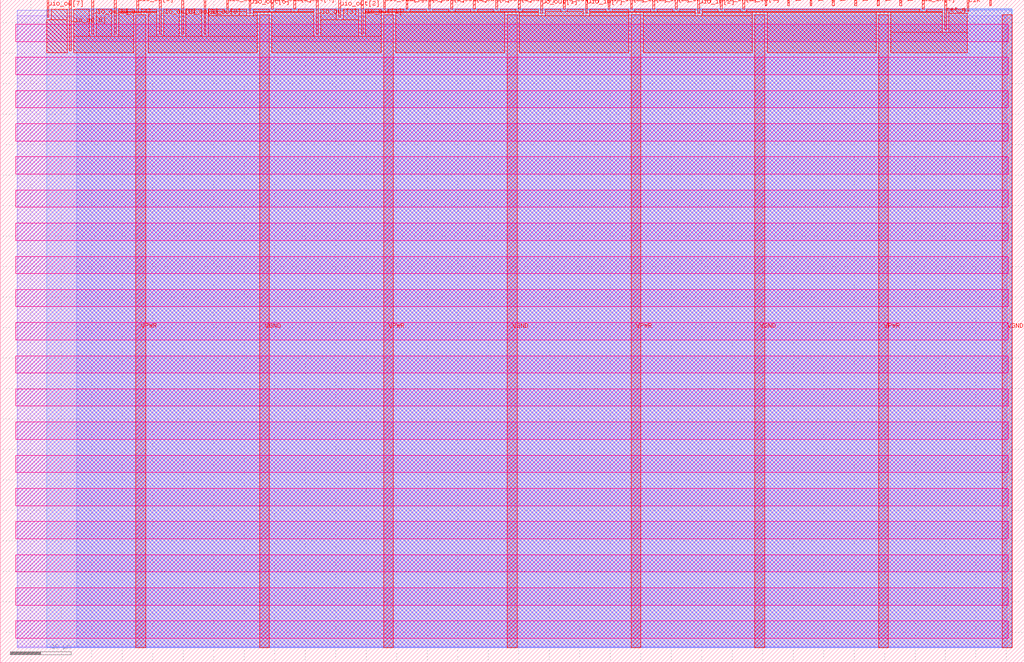
<source format=lef>
VERSION 5.7 ;
  NOWIREEXTENSIONATPIN ON ;
  DIVIDERCHAR "/" ;
  BUSBITCHARS "[]" ;
MACRO tt_um_factory_test
  CLASS BLOCK ;
  FOREIGN tt_um_factory_test ;
  ORIGIN 0.000 0.000 ;
  SIZE 167.900 BY 108.800 ;
  PIN VGND
    DIRECTION INOUT ;
    USE GROUND ;
    PORT
      LAYER met4 ;
        RECT 42.550 2.480 44.150 106.320 ;
    END
    PORT
      LAYER met4 ;
        RECT 83.145 2.480 84.745 106.320 ;
    END
    PORT
      LAYER met4 ;
        RECT 123.740 2.480 125.340 106.320 ;
    END
    PORT
      LAYER met4 ;
        RECT 164.335 2.480 165.935 106.320 ;
    END
  END VGND
  PIN VPWR
    DIRECTION INOUT ;
    USE POWER ;
    PORT
      LAYER met4 ;
        RECT 22.255 2.480 23.855 106.320 ;
    END
    PORT
      LAYER met4 ;
        RECT 62.850 2.480 64.450 106.320 ;
    END
    PORT
      LAYER met4 ;
        RECT 103.445 2.480 105.045 106.320 ;
    END
    PORT
      LAYER met4 ;
        RECT 144.040 2.480 145.640 106.320 ;
    END
  END VPWR
  PIN clk
    DIRECTION INPUT ;
    USE SIGNAL ;
    PORT
      LAYER met4 ;
        RECT 158.550 106.950 158.850 108.800 ;
    END
  END clk
  PIN ena
    DIRECTION INPUT ;
    USE SIGNAL ;
    PORT
      LAYER met4 ;
        RECT 162.230 107.800 162.530 108.800 ;
    END
  END ena
  PIN rst_n
    DIRECTION INPUT ;
    USE SIGNAL ;
    PORT
      LAYER met4 ;
        RECT 154.870 103.860 155.170 108.800 ;
    END
  END rst_n
  PIN ui_in[0]
    DIRECTION INPUT ;
    USE SIGNAL ;
    PORT
      LAYER met4 ;
        RECT 151.190 107.260 151.490 108.800 ;
    END
  END ui_in[0]
  PIN ui_in[1]
    DIRECTION INPUT ;
    USE SIGNAL ;
    PORT
      LAYER met4 ;
        RECT 147.510 107.800 147.810 108.800 ;
    END
  END ui_in[1]
  PIN ui_in[2]
    DIRECTION INPUT ;
    USE SIGNAL ;
    PORT
      LAYER met4 ;
        RECT 143.830 107.800 144.130 108.800 ;
    END
  END ui_in[2]
  PIN ui_in[3]
    DIRECTION INPUT ;
    USE SIGNAL ;
    PORT
      LAYER met4 ;
        RECT 140.150 107.800 140.450 108.800 ;
    END
  END ui_in[3]
  PIN ui_in[4]
    DIRECTION INPUT ;
    USE SIGNAL ;
    PORT
      LAYER met4 ;
        RECT 136.470 107.800 136.770 108.800 ;
    END
  END ui_in[4]
  PIN ui_in[5]
    DIRECTION INPUT ;
    USE SIGNAL ;
    PORT
      LAYER met4 ;
        RECT 132.790 107.800 133.090 108.800 ;
    END
  END ui_in[5]
  PIN ui_in[6]
    DIRECTION INPUT ;
    USE SIGNAL ;
    PORT
      LAYER met4 ;
        RECT 129.110 107.800 129.410 108.800 ;
    END
  END ui_in[6]
  PIN ui_in[7]
    DIRECTION INPUT ;
    USE SIGNAL ;
    PORT
      LAYER met4 ;
        RECT 125.430 107.800 125.730 108.800 ;
    END
  END ui_in[7]
  PIN uio_in[0]
    DIRECTION INPUT ;
    USE SIGNAL ;
    PORT
      LAYER met4 ;
        RECT 121.750 107.260 122.050 108.800 ;
    END
  END uio_in[0]
  PIN uio_in[1]
    DIRECTION INPUT ;
    USE SIGNAL ;
    PORT
      LAYER met4 ;
        RECT 118.070 107.260 118.370 108.800 ;
    END
  END uio_in[1]
  PIN uio_in[2]
    DIRECTION INPUT ;
    USE SIGNAL ;
    PORT
      LAYER met4 ;
        RECT 114.390 106.580 114.690 108.800 ;
    END
  END uio_in[2]
  PIN uio_in[3]
    DIRECTION INPUT ;
    USE SIGNAL ;
    PORT
      LAYER met4 ;
        RECT 110.710 107.260 111.010 108.800 ;
    END
  END uio_in[3]
  PIN uio_in[4]
    DIRECTION INPUT ;
    USE SIGNAL ;
    PORT
      LAYER met4 ;
        RECT 107.030 107.260 107.330 108.800 ;
    END
  END uio_in[4]
  PIN uio_in[5]
    DIRECTION INPUT ;
    USE SIGNAL ;
    PORT
      LAYER met4 ;
        RECT 103.350 107.260 103.650 108.800 ;
    END
  END uio_in[5]
  PIN uio_in[6]
    DIRECTION INPUT ;
    USE SIGNAL ;
    PORT
      LAYER met4 ;
        RECT 99.670 107.260 99.970 108.800 ;
    END
  END uio_in[6]
  PIN uio_in[7]
    DIRECTION INPUT ;
    USE SIGNAL ;
    PORT
      LAYER met4 ;
        RECT 95.990 106.580 96.290 108.800 ;
    END
  END uio_in[7]
  PIN uio_oe[0]
    DIRECTION OUTPUT TRISTATE ;
    USE SIGNAL ;
    PORT
      LAYER met4 ;
        RECT 33.430 103.180 33.730 108.800 ;
    END
  END uio_oe[0]
  PIN uio_oe[1]
    DIRECTION OUTPUT TRISTATE ;
    USE SIGNAL ;
    PORT
      LAYER met4 ;
        RECT 29.750 103.180 30.050 108.800 ;
    END
  END uio_oe[1]
  PIN uio_oe[2]
    DIRECTION OUTPUT TRISTATE ;
    USE SIGNAL ;
    PORT
      LAYER met4 ;
        RECT 26.070 103.180 26.370 108.800 ;
    END
  END uio_oe[2]
  PIN uio_oe[3]
    DIRECTION OUTPUT TRISTATE ;
    USE SIGNAL ;
    PORT
      LAYER met4 ;
        RECT 22.390 107.260 22.690 108.800 ;
    END
  END uio_oe[3]
  PIN uio_oe[4]
    DIRECTION OUTPUT TRISTATE ;
    USE SIGNAL ;
    PORT
      LAYER met4 ;
        RECT 18.710 103.180 19.010 108.800 ;
    END
  END uio_oe[4]
  PIN uio_oe[5]
    DIRECTION OUTPUT TRISTATE ;
    USE SIGNAL ;
    PORT
      LAYER met4 ;
        RECT 15.030 103.180 15.330 108.800 ;
    END
  END uio_oe[5]
  PIN uio_oe[6]
    DIRECTION OUTPUT TRISTATE ;
    USE SIGNAL ;
    PORT
      LAYER met4 ;
        RECT 11.350 100.460 11.650 108.800 ;
    END
  END uio_oe[6]
  PIN uio_oe[7]
    DIRECTION OUTPUT TRISTATE ;
    USE SIGNAL ;
    PORT
      LAYER met4 ;
        RECT 7.670 105.900 7.970 108.800 ;
    END
  END uio_oe[7]
  PIN uio_out[0]
    DIRECTION OUTPUT TRISTATE ;
    USE SIGNAL ;
    PORT
      LAYER met4 ;
        RECT 62.870 107.260 63.170 108.800 ;
    END
  END uio_out[0]
  PIN uio_out[1]
    DIRECTION OUTPUT TRISTATE ;
    USE SIGNAL ;
    PORT
      LAYER met4 ;
        RECT 59.190 103.180 59.490 108.800 ;
    END
  END uio_out[1]
  PIN uio_out[2]
    DIRECTION OUTPUT TRISTATE ;
    USE SIGNAL ;
    PORT
      LAYER met4 ;
        RECT 55.510 105.900 55.810 108.800 ;
    END
  END uio_out[2]
  PIN uio_out[3]
    DIRECTION OUTPUT TRISTATE ;
    USE SIGNAL ;
    PORT
      LAYER met4 ;
        RECT 51.830 103.180 52.130 108.800 ;
    END
  END uio_out[3]
  PIN uio_out[4]
    DIRECTION OUTPUT TRISTATE ;
    USE SIGNAL ;
    PORT
      LAYER met4 ;
        RECT 48.150 107.260 48.450 108.800 ;
    END
  END uio_out[4]
  PIN uio_out[5]
    DIRECTION OUTPUT TRISTATE ;
    USE SIGNAL ;
    PORT
      LAYER met4 ;
        RECT 44.470 107.260 44.770 108.800 ;
    END
  END uio_out[5]
  PIN uio_out[6]
    DIRECTION OUTPUT TRISTATE ;
    USE SIGNAL ;
    PORT
      LAYER met4 ;
        RECT 40.790 106.580 41.090 108.800 ;
    END
  END uio_out[6]
  PIN uio_out[7]
    DIRECTION OUTPUT TRISTATE ;
    USE SIGNAL ;
    PORT
      LAYER met4 ;
        RECT 37.110 107.260 37.410 108.800 ;
    END
  END uio_out[7]
  PIN uo_out[0]
    DIRECTION OUTPUT TRISTATE ;
    USE SIGNAL ;
    PORT
      LAYER met4 ;
        RECT 92.310 107.260 92.610 108.800 ;
    END
  END uo_out[0]
  PIN uo_out[1]
    DIRECTION OUTPUT TRISTATE ;
    USE SIGNAL ;
    PORT
      LAYER met4 ;
        RECT 88.630 106.580 88.930 108.800 ;
    END
  END uo_out[1]
  PIN uo_out[2]
    DIRECTION OUTPUT TRISTATE ;
    USE SIGNAL ;
    PORT
      LAYER met4 ;
        RECT 84.950 107.260 85.250 108.800 ;
    END
  END uo_out[2]
  PIN uo_out[3]
    DIRECTION OUTPUT TRISTATE ;
    USE SIGNAL ;
    PORT
      LAYER met4 ;
        RECT 81.270 107.260 81.570 108.800 ;
    END
  END uo_out[3]
  PIN uo_out[4]
    DIRECTION OUTPUT TRISTATE ;
    USE SIGNAL ;
    PORT
      LAYER met4 ;
        RECT 77.590 107.260 77.890 108.800 ;
    END
  END uo_out[4]
  PIN uo_out[5]
    DIRECTION OUTPUT TRISTATE ;
    USE SIGNAL ;
    PORT
      LAYER met4 ;
        RECT 73.910 107.260 74.210 108.800 ;
    END
  END uo_out[5]
  PIN uo_out[6]
    DIRECTION OUTPUT TRISTATE ;
    USE SIGNAL ;
    PORT
      LAYER met4 ;
        RECT 70.230 107.260 70.530 108.800 ;
    END
  END uo_out[6]
  PIN uo_out[7]
    DIRECTION OUTPUT TRISTATE ;
    USE SIGNAL ;
    PORT
      LAYER met4 ;
        RECT 66.550 107.260 66.850 108.800 ;
    END
  END uo_out[7]
  OBS
      LAYER nwell ;
        RECT 2.570 101.945 165.330 104.775 ;
        RECT 2.570 96.505 165.330 99.335 ;
        RECT 2.570 91.065 165.330 93.895 ;
        RECT 2.570 85.625 165.330 88.455 ;
        RECT 2.570 80.185 165.330 83.015 ;
        RECT 2.570 74.745 165.330 77.575 ;
        RECT 2.570 69.305 165.330 72.135 ;
        RECT 2.570 63.865 165.330 66.695 ;
        RECT 2.570 58.425 165.330 61.255 ;
        RECT 2.570 52.985 165.330 55.815 ;
        RECT 2.570 47.545 165.330 50.375 ;
        RECT 2.570 42.105 165.330 44.935 ;
        RECT 2.570 36.665 165.330 39.495 ;
        RECT 2.570 31.225 165.330 34.055 ;
        RECT 2.570 25.785 165.330 28.615 ;
        RECT 2.570 20.345 165.330 23.175 ;
        RECT 2.570 14.905 165.330 17.735 ;
        RECT 2.570 9.465 165.330 12.295 ;
        RECT 2.570 4.025 165.330 6.855 ;
      LAYER li1 ;
        RECT 2.760 2.635 165.140 106.165 ;
      LAYER met1 ;
        RECT 2.760 2.480 165.935 107.060 ;
      LAYER met2 ;
        RECT 12.510 2.535 165.905 107.285 ;
      LAYER met3 ;
        RECT 7.630 2.555 165.925 107.265 ;
      LAYER met4 ;
        RECT 8.370 105.500 10.950 107.265 ;
        RECT 7.655 100.135 10.950 105.500 ;
        RECT 12.050 102.780 14.630 107.265 ;
        RECT 15.730 102.780 18.310 107.265 ;
        RECT 19.410 106.860 21.990 107.265 ;
        RECT 23.090 106.860 25.670 107.265 ;
        RECT 19.410 106.720 25.670 106.860 ;
        RECT 19.410 102.780 21.855 106.720 ;
        RECT 12.050 100.135 21.855 102.780 ;
        RECT 24.255 102.780 25.670 106.720 ;
        RECT 26.770 102.780 29.350 107.265 ;
        RECT 30.450 102.780 33.030 107.265 ;
        RECT 34.130 106.860 36.710 107.265 ;
        RECT 37.810 106.860 40.390 107.265 ;
        RECT 34.130 106.180 40.390 106.860 ;
        RECT 41.490 106.860 44.070 107.265 ;
        RECT 45.170 106.860 47.750 107.265 ;
        RECT 48.850 106.860 51.430 107.265 ;
        RECT 41.490 106.720 51.430 106.860 ;
        RECT 41.490 106.180 42.150 106.720 ;
        RECT 34.130 102.780 42.150 106.180 ;
        RECT 24.255 100.135 42.150 102.780 ;
        RECT 44.550 102.780 51.430 106.720 ;
        RECT 52.530 105.500 55.110 107.265 ;
        RECT 56.210 105.500 58.790 107.265 ;
        RECT 52.530 102.780 58.790 105.500 ;
        RECT 59.890 106.860 62.470 107.265 ;
        RECT 63.570 106.860 66.150 107.265 ;
        RECT 67.250 106.860 69.830 107.265 ;
        RECT 70.930 106.860 73.510 107.265 ;
        RECT 74.610 106.860 77.190 107.265 ;
        RECT 78.290 106.860 80.870 107.265 ;
        RECT 81.970 106.860 84.550 107.265 ;
        RECT 85.650 106.860 88.230 107.265 ;
        RECT 59.890 106.720 88.230 106.860 ;
        RECT 59.890 102.780 62.450 106.720 ;
        RECT 44.550 100.135 62.450 102.780 ;
        RECT 64.850 100.135 82.745 106.720 ;
        RECT 85.145 106.180 88.230 106.720 ;
        RECT 89.330 106.860 91.910 107.265 ;
        RECT 93.010 106.860 95.590 107.265 ;
        RECT 89.330 106.180 95.590 106.860 ;
        RECT 96.690 106.860 99.270 107.265 ;
        RECT 100.370 106.860 102.950 107.265 ;
        RECT 104.050 106.860 106.630 107.265 ;
        RECT 107.730 106.860 110.310 107.265 ;
        RECT 111.410 106.860 113.990 107.265 ;
        RECT 96.690 106.720 113.990 106.860 ;
        RECT 96.690 106.180 103.045 106.720 ;
        RECT 85.145 100.135 103.045 106.180 ;
        RECT 105.445 106.180 113.990 106.720 ;
        RECT 115.090 106.860 117.670 107.265 ;
        RECT 118.770 106.860 121.350 107.265 ;
        RECT 122.450 106.860 150.790 107.265 ;
        RECT 151.890 106.860 154.470 107.265 ;
        RECT 115.090 106.720 154.470 106.860 ;
        RECT 115.090 106.180 123.340 106.720 ;
        RECT 105.445 100.135 123.340 106.180 ;
        RECT 125.740 100.135 143.640 106.720 ;
        RECT 146.040 103.460 154.470 106.720 ;
        RECT 155.570 106.550 158.150 107.265 ;
        RECT 155.570 103.460 158.550 106.550 ;
        RECT 146.040 100.135 158.550 103.460 ;
  END
END tt_um_factory_test
END LIBRARY


</source>
